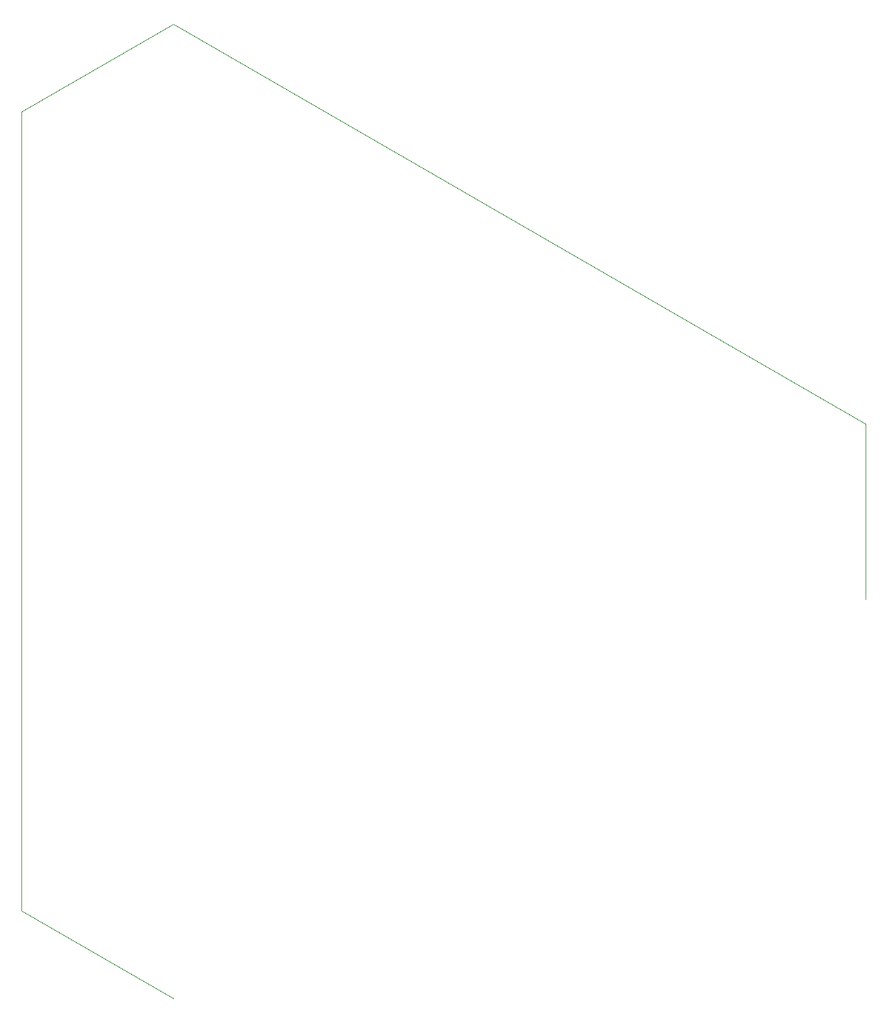
<source format=gm1>
G04*
G04 #@! TF.GenerationSoftware,Altium Limited,Altium Designer,23.10.1 (27)*
G04*
G04 Layer_Color=16711935*
%FSLAX24Y24*%
%MOIN*%
G70*
G04*
G04 #@! TF.SameCoordinates,5D8C2957-00C5-4E15-9E5F-65C5349A431B*
G04*
G04*
G04 #@! TF.FilePolarity,Positive*
G04*
G01*
G75*
%ADD29C,0.0005*%
D29*
X10181Y53526D02*
X45732Y33001D01*
X2378Y7981D02*
Y49032D01*
Y7981D02*
X10181Y3482D01*
X45732Y24007D02*
Y33001D01*
X2378Y49032D02*
X10181Y53526D01*
M02*

</source>
